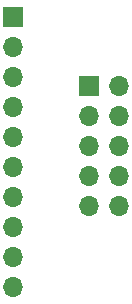
<source format=gbs>
G04 #@! TF.GenerationSoftware,KiCad,Pcbnew,(5.1.6-0-10_14)*
G04 #@! TF.CreationDate,2020-08-07T14:29:10+09:00*
G04 #@! TF.ProjectId,breakout_2x5,62726561-6b6f-4757-945f-3278352e6b69,rev?*
G04 #@! TF.SameCoordinates,Original*
G04 #@! TF.FileFunction,Soldermask,Bot*
G04 #@! TF.FilePolarity,Negative*
%FSLAX46Y46*%
G04 Gerber Fmt 4.6, Leading zero omitted, Abs format (unit mm)*
G04 Created by KiCad (PCBNEW (5.1.6-0-10_14)) date 2020-08-07 14:29:10*
%MOMM*%
%LPD*%
G01*
G04 APERTURE LIST*
%ADD10O,1.700000X1.700000*%
%ADD11R,1.700000X1.700000*%
G04 APERTURE END LIST*
D10*
G04 #@! TO.C,J1*
X144715001Y-105875001D03*
X144715001Y-103335001D03*
X144715001Y-100795001D03*
X144715001Y-98255001D03*
X144715001Y-95715001D03*
X144715001Y-93175001D03*
X144715001Y-90635001D03*
X144715001Y-88095001D03*
X144715001Y-85555001D03*
D11*
X144715001Y-83015001D03*
G04 #@! TD*
D10*
G04 #@! TO.C,U1*
X153670000Y-99060000D03*
X151130000Y-99060000D03*
X153670000Y-96520000D03*
X151130000Y-96520000D03*
X153670000Y-93980000D03*
X151130000Y-93980000D03*
X153670000Y-91440000D03*
X151130000Y-91440000D03*
X153670000Y-88900000D03*
D11*
X151130000Y-88900000D03*
G04 #@! TD*
M02*

</source>
